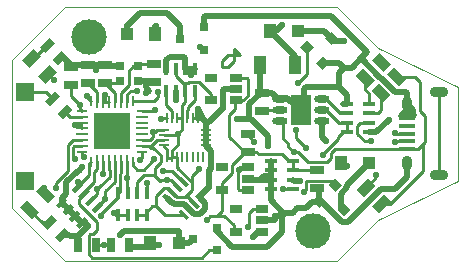
<source format=gtl>
G04 #@! TF.FileFunction,Copper,L1,Top,Signal*
%FSLAX46Y46*%
G04 Gerber Fmt 4.6, Leading zero omitted, Abs format (unit mm)*
G04 Created by KiCad (PCBNEW 4.0.4+e1-6308~48~ubuntu16.04.1-stable) date Tue Sep 13 21:39:42 2016*
%MOMM*%
%LPD*%
G01*
G04 APERTURE LIST*
%ADD10C,0.150000*%
%ADD11C,0.100000*%
%ADD12R,0.635000X1.143000*%
%ADD13C,3.000000*%
%ADD14R,1.143000X0.635000*%
%ADD15R,1.000000X0.400000*%
%ADD16R,1.000000X1.200000*%
%ADD17R,1.000000X1.000000*%
%ADD18R,1.350000X0.390000*%
%ADD19O,1.560000X0.900000*%
%ADD20O,0.850000X1.250000*%
%ADD21R,0.400000X1.000000*%
%ADD22R,3.100000X3.100000*%
%ADD23R,0.900000X0.260000*%
%ADD24R,1.000000X0.260000*%
%ADD25R,0.260000X0.900000*%
%ADD26R,0.260000X1.000000*%
%ADD27R,0.230000X0.900000*%
%ADD28R,0.900000X0.230000*%
%ADD29R,0.700000X0.700000*%
%ADD30R,0.800100X0.800100*%
%ADD31O,1.300000X0.600000*%
%ADD32R,1.725000X2.500000*%
%ADD33R,1.060000X0.650000*%
%ADD34R,1.500000X1.500000*%
%ADD35R,1.000000X1.600000*%
%ADD36C,0.558800*%
%ADD37C,0.228600*%
%ADD38C,0.508000*%
G04 APERTURE END LIST*
D10*
D11*
X72944000Y-70676000D02*
X49944000Y-70676000D01*
X72944000Y-49176000D02*
X49944000Y-49176000D01*
X49944000Y-70676000D02*
X45444000Y-66176000D01*
X45444000Y-53676000D02*
X49944000Y-49176000D01*
X83194000Y-63926000D02*
X76444000Y-67176000D01*
X83194000Y-55926000D02*
X83194000Y-63926000D01*
X76444000Y-52676000D02*
X83194000Y-55926000D01*
X45444000Y-53676000D02*
X45444000Y-66176000D01*
X72944000Y-49176000D02*
X76444000Y-52676000D01*
X72944000Y-70676000D02*
X76444000Y-67176000D01*
D12*
X51084480Y-69281040D03*
X52608480Y-69281040D03*
D13*
X51944000Y-51676000D03*
X70944000Y-68176000D03*
D14*
X53355240Y-55618380D03*
X53355240Y-54094380D03*
X57470040Y-54018180D03*
X57470040Y-55542180D03*
D10*
G36*
X50603453Y-57847030D02*
X49795230Y-58655253D01*
X49346217Y-58206240D01*
X50154440Y-57398017D01*
X50603453Y-57847030D01*
X50603453Y-57847030D01*
G37*
G36*
X49525823Y-56769400D02*
X48717600Y-57577623D01*
X48268587Y-57128610D01*
X49076810Y-56320387D01*
X49525823Y-56769400D01*
X49525823Y-56769400D01*
G37*
D15*
X69220800Y-64574420D03*
X69220800Y-63774420D03*
X69220800Y-62974420D03*
X69220800Y-62174420D03*
X67360800Y-62174420D03*
X67360800Y-62974420D03*
X67360800Y-63774420D03*
X67360800Y-64574420D03*
D16*
X57571640Y-51419760D03*
D17*
X55171640Y-51419760D03*
D18*
X78940680Y-61203360D03*
X78940680Y-60553360D03*
X78940680Y-59903360D03*
X78940680Y-59253360D03*
X78940680Y-58603360D03*
D19*
X81640680Y-56403360D03*
X81640680Y-63403360D03*
D20*
X78940680Y-57403360D03*
X78940680Y-62403360D03*
D14*
X51876960Y-54076600D03*
X51876960Y-55600600D03*
X65417700Y-61478160D03*
X65417700Y-59954160D03*
X66598800Y-57970420D03*
X66598800Y-56446420D03*
D12*
X53842920Y-69311520D03*
X55366920Y-69311520D03*
D21*
X56856480Y-64939820D03*
X56056480Y-64939820D03*
X55256480Y-64939820D03*
X54456480Y-64939820D03*
X54456480Y-66799820D03*
X55256480Y-66799820D03*
X56056480Y-66799820D03*
X56856480Y-66799820D03*
D10*
G36*
X49169728Y-65951993D02*
X49876835Y-65244886D01*
X50159678Y-65527729D01*
X49452571Y-66234836D01*
X49169728Y-65951993D01*
X49169728Y-65951993D01*
G37*
G36*
X49735413Y-66517679D02*
X50442520Y-65810572D01*
X50725363Y-66093415D01*
X50018256Y-66800522D01*
X49735413Y-66517679D01*
X49735413Y-66517679D01*
G37*
G36*
X50301098Y-67083364D02*
X51008205Y-66376257D01*
X51291048Y-66659100D01*
X50583941Y-67366207D01*
X50301098Y-67083364D01*
X50301098Y-67083364D01*
G37*
G36*
X50866784Y-67649049D02*
X51573891Y-66941942D01*
X51856734Y-67224785D01*
X51149627Y-67931892D01*
X50866784Y-67649049D01*
X50866784Y-67649049D01*
G37*
G36*
X52182002Y-66333831D02*
X52889109Y-65626724D01*
X53171952Y-65909567D01*
X52464845Y-66616674D01*
X52182002Y-66333831D01*
X52182002Y-66333831D01*
G37*
G36*
X51616317Y-65768145D02*
X52323424Y-65061038D01*
X52606267Y-65343881D01*
X51899160Y-66050988D01*
X51616317Y-65768145D01*
X51616317Y-65768145D01*
G37*
G36*
X51050632Y-65202460D02*
X51757739Y-64495353D01*
X52040582Y-64778196D01*
X51333475Y-65485303D01*
X51050632Y-65202460D01*
X51050632Y-65202460D01*
G37*
G36*
X50484946Y-64636775D02*
X51192053Y-63929668D01*
X51474896Y-64212511D01*
X50767789Y-64919618D01*
X50484946Y-64636775D01*
X50484946Y-64636775D01*
G37*
G36*
X59032586Y-65525896D02*
X58785098Y-65773384D01*
X58148702Y-65136988D01*
X58396190Y-64889500D01*
X59032586Y-65525896D01*
X59032586Y-65525896D01*
G37*
G36*
X59492206Y-65066277D02*
X59244718Y-65313765D01*
X58608322Y-64677369D01*
X58855810Y-64429881D01*
X59492206Y-65066277D01*
X59492206Y-65066277D01*
G37*
G36*
X59951825Y-64606658D02*
X59704337Y-64854146D01*
X59067941Y-64217750D01*
X59315429Y-63970262D01*
X59951825Y-64606658D01*
X59951825Y-64606658D01*
G37*
G36*
X60411444Y-64147038D02*
X60163956Y-64394526D01*
X59527560Y-63758130D01*
X59775048Y-63510642D01*
X60411444Y-64147038D01*
X60411444Y-64147038D01*
G37*
G36*
X61825658Y-65561252D02*
X61578170Y-65808740D01*
X60941774Y-65172344D01*
X61189262Y-64924856D01*
X61825658Y-65561252D01*
X61825658Y-65561252D01*
G37*
G36*
X61366038Y-66020871D02*
X61118550Y-66268359D01*
X60482154Y-65631963D01*
X60729642Y-65384475D01*
X61366038Y-66020871D01*
X61366038Y-66020871D01*
G37*
G36*
X60906419Y-66480490D02*
X60658931Y-66727978D01*
X60022535Y-66091582D01*
X60270023Y-65844094D01*
X60906419Y-66480490D01*
X60906419Y-66480490D01*
G37*
G36*
X60446800Y-66940110D02*
X60199312Y-67187598D01*
X59562916Y-66551202D01*
X59810404Y-66303714D01*
X60446800Y-66940110D01*
X60446800Y-66940110D01*
G37*
D22*
X53929280Y-59700160D03*
D23*
X51379280Y-57950160D03*
D24*
X51429280Y-58450160D03*
X51429280Y-58950160D03*
X51429280Y-59450160D03*
X51429280Y-59950160D03*
X51429280Y-60450160D03*
X51429280Y-60950160D03*
D23*
X51379280Y-61450160D03*
D25*
X52179280Y-62250160D03*
D26*
X52679280Y-62200160D03*
X53179280Y-62200160D03*
X53679280Y-62200160D03*
X54179280Y-62200160D03*
X54679280Y-62200160D03*
X55179280Y-62200160D03*
D25*
X55679280Y-62250160D03*
D23*
X56479280Y-61450160D03*
D24*
X56429280Y-60950160D03*
X56429280Y-60450160D03*
X56429280Y-59950160D03*
X56429280Y-59450160D03*
X56429280Y-58950160D03*
X56429280Y-58450160D03*
D23*
X56479280Y-57950160D03*
D25*
X55679280Y-57150160D03*
D26*
X55179280Y-57200160D03*
X54679280Y-57200160D03*
X54179280Y-57200160D03*
X53679280Y-57200160D03*
X53179280Y-57200160D03*
X52679280Y-57200160D03*
D25*
X52179280Y-57150160D03*
D27*
X58596480Y-58586100D03*
D28*
X58323480Y-59591100D03*
X58323480Y-60021100D03*
X58323480Y-60451100D03*
X58323480Y-60881100D03*
D27*
X58596480Y-61886100D03*
X59026480Y-61886100D03*
X59456480Y-61886100D03*
X59886480Y-61886100D03*
X60316480Y-61886100D03*
X60746480Y-61886100D03*
X61176480Y-61886100D03*
X61606480Y-61886100D03*
D28*
X61879480Y-60881100D03*
X61879480Y-60451100D03*
X61879480Y-60021100D03*
X61879480Y-59591100D03*
D27*
X61606480Y-58586100D03*
X61176480Y-58586100D03*
X60746480Y-58586100D03*
X60316480Y-58586100D03*
X59886480Y-58586100D03*
X59456480Y-58586100D03*
X59026480Y-58586100D03*
D29*
X54566920Y-55395420D03*
X56166920Y-54195420D03*
X54566920Y-54195420D03*
X56166920Y-55395420D03*
D30*
X61711840Y-52793940D03*
X61711840Y-50893940D03*
X59712860Y-51843940D03*
D21*
X58533180Y-56317240D03*
X59333180Y-56317240D03*
X60133180Y-56317240D03*
X60933180Y-56317240D03*
X60933180Y-54457240D03*
X60133180Y-54457240D03*
X59333180Y-54457240D03*
X58533180Y-54457240D03*
D10*
G36*
X75543526Y-55987602D02*
X74555698Y-54999774D01*
X75184316Y-54371156D01*
X76172144Y-55358984D01*
X75543526Y-55987602D01*
X75543526Y-55987602D01*
G37*
G36*
X76890564Y-54640564D02*
X75902736Y-53652736D01*
X76531354Y-53024118D01*
X77519182Y-54011946D01*
X76890564Y-54640564D01*
X76890564Y-54640564D01*
G37*
D16*
X57176820Y-69169280D03*
D17*
X59576820Y-69169280D03*
D16*
X67319040Y-51170840D03*
D17*
X69719040Y-51170840D03*
D16*
X73305820Y-62390020D03*
D17*
X75705820Y-62390020D03*
D30*
X62798960Y-69758600D03*
X62798960Y-67858600D03*
X60799980Y-68808600D03*
D10*
G36*
X69860648Y-52563093D02*
X70426404Y-51997337D01*
X70992160Y-52563093D01*
X70426404Y-53128849D01*
X69860648Y-52563093D01*
X69860648Y-52563093D01*
G37*
G36*
X71204151Y-53906596D02*
X71769907Y-53340840D01*
X72335663Y-53906596D01*
X71769907Y-54472352D01*
X71204151Y-53906596D01*
X71204151Y-53906596D01*
G37*
G36*
X71945892Y-51821352D02*
X72511648Y-51255596D01*
X73077404Y-51821352D01*
X72511648Y-52387108D01*
X71945892Y-51821352D01*
X71945892Y-51821352D01*
G37*
G36*
X72831627Y-63685908D02*
X73397383Y-64251664D01*
X72831627Y-64817420D01*
X72265871Y-64251664D01*
X72831627Y-63685908D01*
X72831627Y-63685908D01*
G37*
G36*
X71488124Y-65029411D02*
X72053880Y-65595167D01*
X71488124Y-66160923D01*
X70922368Y-65595167D01*
X71488124Y-65029411D01*
X71488124Y-65029411D01*
G37*
G36*
X73573368Y-65771152D02*
X74139124Y-66336908D01*
X73573368Y-66902664D01*
X73007612Y-66336908D01*
X73573368Y-65771152D01*
X73573368Y-65771152D01*
G37*
D15*
X75685100Y-59750860D03*
X75685100Y-58950860D03*
X75685100Y-58150860D03*
X75685100Y-57350860D03*
X73825100Y-57350860D03*
X73825100Y-58150860D03*
X73825100Y-58950860D03*
X73825100Y-59750860D03*
D31*
X71703440Y-58834020D03*
X71703440Y-57884020D03*
X71703440Y-56934020D03*
X68163440Y-56934020D03*
X68163440Y-57884020D03*
X68163440Y-58834020D03*
D32*
X69933440Y-57884020D03*
D10*
G36*
X74596338Y-64657086D02*
X75584166Y-63669258D01*
X76212784Y-64297876D01*
X75224956Y-65285704D01*
X74596338Y-64657086D01*
X74596338Y-64657086D01*
G37*
G36*
X75943376Y-66004124D02*
X76931204Y-65016296D01*
X77559822Y-65644914D01*
X76571994Y-66632742D01*
X75943376Y-66004124D01*
X75943376Y-66004124D01*
G37*
G36*
X76856706Y-57229662D02*
X75868878Y-56241834D01*
X76497496Y-55613216D01*
X77485324Y-56601044D01*
X76856706Y-57229662D01*
X76856706Y-57229662D01*
G37*
G36*
X78203744Y-55882624D02*
X77215916Y-54894796D01*
X77844534Y-54266178D01*
X78832362Y-55254006D01*
X78203744Y-55882624D01*
X78203744Y-55882624D01*
G37*
D33*
X65466320Y-64655700D03*
X65466320Y-63705700D03*
X65466320Y-62755700D03*
X63266320Y-62755700D03*
X63266320Y-64655700D03*
X66598980Y-68186340D03*
X66598980Y-67236340D03*
X66598980Y-66286340D03*
X64398980Y-66286340D03*
X64398980Y-68186340D03*
X64470460Y-57058600D03*
X64470460Y-56108600D03*
X64470460Y-55158600D03*
X62270460Y-55158600D03*
X62270460Y-57058600D03*
D34*
X46593760Y-56392120D03*
X46593760Y-63892120D03*
D10*
G36*
X47123885Y-67142863D02*
X46136057Y-66155035D01*
X46764675Y-65526417D01*
X47752503Y-66514245D01*
X47123885Y-67142863D01*
X47123885Y-67142863D01*
G37*
G36*
X48470923Y-65795825D02*
X47483095Y-64807997D01*
X48111713Y-64179379D01*
X49099541Y-65167207D01*
X48470923Y-65795825D01*
X48470923Y-65795825D01*
G37*
G36*
X46333339Y-53691487D02*
X47321167Y-52703659D01*
X47949785Y-53332277D01*
X46961957Y-54320105D01*
X46333339Y-53691487D01*
X46333339Y-53691487D01*
G37*
G36*
X47680377Y-55038525D02*
X48668205Y-54050697D01*
X49296823Y-54679315D01*
X48308995Y-55667143D01*
X47680377Y-55038525D01*
X47680377Y-55038525D01*
G37*
G36*
X50148793Y-53308050D02*
X49340570Y-54116273D01*
X48891557Y-53667260D01*
X49699780Y-52859037D01*
X50148793Y-53308050D01*
X50148793Y-53308050D01*
G37*
G36*
X49071163Y-52230420D02*
X48262940Y-53038643D01*
X47813927Y-52589630D01*
X48622150Y-51781407D01*
X49071163Y-52230420D01*
X49071163Y-52230420D01*
G37*
G36*
X50372313Y-68294050D02*
X49564090Y-69102273D01*
X49115077Y-68653260D01*
X49923300Y-67845037D01*
X50372313Y-68294050D01*
X50372313Y-68294050D01*
G37*
G36*
X49294683Y-67216420D02*
X48486460Y-68024643D01*
X48037447Y-67575630D01*
X48845670Y-66767407D01*
X49294683Y-67216420D01*
X49294683Y-67216420D01*
G37*
D14*
X71272400Y-64500760D03*
X71272400Y-62976760D03*
X50454560Y-54229000D03*
X50454560Y-55753000D03*
D35*
X66438520Y-54051200D03*
X69438520Y-54051200D03*
D36*
X71653400Y-55938420D03*
X67695649Y-66837100D03*
X62181740Y-64391540D03*
X60610371Y-54907909D03*
X64494788Y-58643541D03*
X67149866Y-60955200D03*
X52562760Y-54531260D03*
X51894740Y-67724020D03*
X66479420Y-63774420D03*
X63358619Y-57749783D03*
X51391820Y-62755780D03*
X53929280Y-59700160D03*
X56837580Y-56451500D03*
X59339131Y-57061637D03*
X61239400Y-57764680D03*
X58216000Y-63023941D03*
X57421213Y-59752831D03*
X56896000Y-64030860D03*
X58597810Y-63850094D03*
X68428562Y-64592737D03*
X64700571Y-62959594D03*
X69311520Y-61440060D03*
X69812466Y-63913535D03*
X76710959Y-53832341D03*
X57883447Y-69300505D03*
X73785411Y-62642982D03*
X72038840Y-60552577D03*
X77355700Y-58707020D03*
X65872360Y-68640960D03*
X68308220Y-50667920D03*
X57619900Y-50772060D03*
X56314709Y-62144507D03*
X50787985Y-62074283D03*
X50819226Y-59198679D03*
X54087418Y-66637558D03*
X61964438Y-67174566D03*
X53142167Y-63273936D03*
X53373442Y-56584687D03*
X51199433Y-57443514D03*
X55185460Y-50794920D03*
X57507918Y-62019152D03*
X65930780Y-60558662D03*
X77859085Y-60558662D03*
X57552255Y-57894778D03*
X77853540Y-59801760D03*
X49044598Y-55359178D03*
X48148240Y-64495680D03*
X53025040Y-66862960D03*
X55179280Y-63616840D03*
X51073762Y-64015939D03*
X61357521Y-52534820D03*
X70340803Y-61104056D03*
X69518828Y-59616632D03*
X69650288Y-55596468D03*
X52664322Y-64620140D03*
X70191022Y-64857594D03*
X53375560Y-65423116D03*
X59475648Y-59938920D03*
X58044080Y-58653680D03*
X61297820Y-62898020D03*
X51571734Y-61852079D03*
X51806493Y-56727234D03*
X76282658Y-63395583D03*
X75835567Y-60545959D03*
X54619033Y-68492158D03*
X73530460Y-52019200D03*
X73322571Y-66230011D03*
X53279040Y-69311520D03*
X49152154Y-64482728D03*
X71812389Y-61695965D03*
X65478660Y-67792600D03*
X57850539Y-56367691D03*
X56006989Y-56253436D03*
D37*
X63271400Y-54208680D02*
X63271400Y-53700680D01*
X63779400Y-54208680D02*
X63271400Y-54208680D01*
X64287400Y-53700680D02*
X63779400Y-54208680D01*
X64287400Y-53192680D02*
X64287400Y-53700680D01*
X63779400Y-53192680D02*
X64287400Y-53192680D01*
X63271400Y-53700680D02*
X63779400Y-53192680D01*
X64287400Y-53192680D02*
X64287400Y-52684680D01*
X64287400Y-52684680D02*
X64795400Y-53192680D01*
X64795400Y-53192680D02*
X64287400Y-53192680D01*
D38*
X71488124Y-65595167D02*
X71488124Y-64716484D01*
X71488124Y-64716484D02*
X71272400Y-64500760D01*
X66438520Y-54051200D02*
X66438520Y-56286140D01*
X66438520Y-56286140D02*
X66598800Y-56446420D01*
X67052702Y-69456300D02*
X68329001Y-68180001D01*
X68329001Y-68180001D02*
X68329001Y-66837100D01*
D37*
X78940680Y-58603360D02*
X78940680Y-57403360D01*
X81640680Y-63403360D02*
X81640680Y-62724760D01*
X81640680Y-62724760D02*
X81640680Y-56403360D01*
X61606480Y-58586100D02*
X61176480Y-58586100D01*
X60746480Y-58586100D02*
X61176480Y-58586100D01*
D38*
X63358619Y-57749783D02*
X63358619Y-56182441D01*
X63358619Y-56182441D02*
X63432460Y-56108600D01*
X63432460Y-56108600D02*
X64470460Y-56108600D01*
X67695649Y-67177671D02*
X67695649Y-66837100D01*
X67636980Y-67236340D02*
X67695649Y-67177671D01*
X68597780Y-66568321D02*
X68329001Y-66837100D01*
X68329001Y-66837100D02*
X68090780Y-66837100D01*
X66598980Y-67236340D02*
X67636980Y-67236340D01*
X68090780Y-66837100D02*
X67695649Y-66837100D01*
X68421794Y-66568321D02*
X68597780Y-66568321D01*
X67360800Y-65507327D02*
X68421794Y-66568321D01*
X67360800Y-64574420D02*
X67360800Y-65507327D01*
X49743695Y-68473655D02*
X50292708Y-68473655D01*
X50292708Y-68473655D02*
X50353333Y-68534280D01*
X50353333Y-68534280D02*
X51084480Y-68534280D01*
X51084480Y-69281040D02*
X51084480Y-68534280D01*
X51084480Y-68534280D02*
X51894740Y-67724020D01*
X49703055Y-53294615D02*
X50485040Y-54076600D01*
X50485040Y-54076600D02*
X51876960Y-54076600D01*
X75084940Y-53433980D02*
X75084940Y-53606775D01*
X77870708Y-56339834D02*
X78844274Y-56339834D01*
X75084940Y-53606775D02*
X76634171Y-55156006D01*
X76634171Y-55156006D02*
X76686880Y-55156006D01*
X76686880Y-55156006D02*
X77870708Y-56339834D01*
X78844274Y-56339834D02*
X78940680Y-56436240D01*
X78940680Y-56436240D02*
X78940680Y-57403360D01*
X61711840Y-50893940D02*
X61711840Y-49985890D01*
X61711840Y-49985890D02*
X61801970Y-49895760D01*
X61801970Y-49895760D02*
X72470245Y-49895760D01*
X72470245Y-49895760D02*
X75546703Y-52972217D01*
X75546703Y-52972217D02*
X75084940Y-53433980D01*
X58590644Y-65331442D02*
X59030177Y-65770975D01*
X59030177Y-65770975D02*
X59141179Y-65770975D01*
X59141179Y-65770975D02*
X59202445Y-65832241D01*
X59202445Y-65832241D02*
X60010682Y-65832241D01*
X60010682Y-65832241D02*
X60464477Y-66286036D01*
X50022764Y-64025225D02*
X51012810Y-63035179D01*
X51112421Y-63035179D02*
X51391820Y-62755780D01*
X49664703Y-65357018D02*
X50022764Y-64998957D01*
X50022764Y-64998957D02*
X50022764Y-64025225D01*
X49664703Y-65739861D02*
X49664703Y-65357018D01*
X51012810Y-63035179D02*
X51112421Y-63035179D01*
X76741820Y-64559086D02*
X73941032Y-67359874D01*
X77917954Y-64559086D02*
X76741820Y-64559086D01*
X73941032Y-67359874D02*
X73383984Y-67359874D01*
X78940680Y-62403360D02*
X78940680Y-63536360D01*
X78940680Y-63536360D02*
X77917954Y-64559086D01*
X73383984Y-67359874D02*
X71686772Y-65662662D01*
X71686772Y-65662662D02*
X70892309Y-65662662D01*
X70336172Y-66218799D02*
X69627897Y-66218799D01*
X70892309Y-65662662D02*
X70336172Y-66218799D01*
X69627897Y-66218799D02*
X69278375Y-66568321D01*
X70152260Y-58270140D02*
X68715993Y-56833873D01*
X68715993Y-56833873D02*
X67895993Y-56833873D01*
X67508540Y-56446420D02*
X66598800Y-56446420D01*
X67895993Y-56833873D02*
X67508540Y-56446420D01*
X73120660Y-55938420D02*
X71653400Y-55938420D01*
X71653400Y-55938420D02*
X70350061Y-55938420D01*
X70350061Y-55938420D02*
X70152260Y-56136221D01*
X70152260Y-56136221D02*
X70152260Y-58270140D01*
X73120660Y-55938420D02*
X73120660Y-54737860D01*
X73120660Y-54737860D02*
X73553320Y-54305200D01*
X74213720Y-54305200D02*
X75084940Y-53433980D01*
X62181740Y-64391540D02*
X62181740Y-62994540D01*
X62181740Y-62994540D02*
X62279119Y-62897161D01*
X62279119Y-62897161D02*
X62279119Y-61335847D01*
X62279119Y-61335847D02*
X61904880Y-60961608D01*
X58590644Y-65331442D02*
X58590644Y-65311484D01*
X61371711Y-66725569D02*
X61823248Y-66274032D01*
X61823248Y-66274032D02*
X61823248Y-65806330D01*
X61823248Y-65806330D02*
X61772624Y-65755706D01*
X61772624Y-65755706D02*
X61383716Y-65366798D01*
X60904010Y-66725569D02*
X61371711Y-66725569D01*
X60464477Y-66286036D02*
X60904010Y-66725569D01*
X61383716Y-65366798D02*
X61383716Y-65189564D01*
X61383716Y-65189564D02*
X62181740Y-64391540D01*
X73825100Y-57350860D02*
X73825100Y-56642860D01*
X73825100Y-56642860D02*
X73120660Y-55938420D01*
X70152260Y-57669284D02*
X70152260Y-58270140D01*
X73825100Y-57350860D02*
X73525100Y-57350860D01*
X70192900Y-58184543D02*
X70192900Y-58821320D01*
X60159702Y-54457240D02*
X60330972Y-54628510D01*
X60330972Y-54628510D02*
X60610371Y-54907909D01*
X60133180Y-54457240D02*
X60159702Y-54457240D01*
X66479420Y-63774420D02*
X66758819Y-63495021D01*
X66758819Y-63495021D02*
X67320059Y-63495021D01*
X67320059Y-63495021D02*
X67360800Y-63454280D01*
X67360800Y-63454280D02*
X67360800Y-62974420D01*
X68597780Y-66568321D02*
X69278375Y-66568321D01*
X67360800Y-63774420D02*
X67360800Y-63454280D01*
X67360800Y-63454280D02*
X67360800Y-64574420D01*
X65410080Y-58643541D02*
X64889919Y-58643541D01*
X65693597Y-58643541D02*
X65410080Y-58643541D01*
X65410080Y-58643541D02*
X65544699Y-58508922D01*
X65544699Y-58508922D02*
X65544699Y-57406402D01*
X65544699Y-57406402D02*
X66504681Y-56446420D01*
X66504681Y-56446420D02*
X66598800Y-56446420D01*
X66998000Y-56446420D02*
X66598800Y-56446420D01*
X67149866Y-60099810D02*
X65693597Y-58643541D01*
X64889919Y-58643541D02*
X64494788Y-58643541D01*
X67149866Y-60955200D02*
X67149866Y-60099810D01*
X51876960Y-54076600D02*
X52644040Y-54076600D01*
X52644040Y-54076600D02*
X53337460Y-54076600D01*
X52562760Y-54531260D02*
X52562760Y-54136129D01*
X52622289Y-54076600D02*
X52644040Y-54076600D01*
X52562760Y-54136129D02*
X52622289Y-54076600D01*
X64096900Y-69456300D02*
X67052702Y-69456300D01*
X62798960Y-68158360D02*
X64096900Y-69456300D01*
X62798960Y-67858600D02*
X62798960Y-68158360D01*
X51361759Y-67436917D02*
X51607637Y-67436917D01*
X51607637Y-67436917D02*
X51894740Y-67724020D01*
X63358619Y-57749783D02*
X62168794Y-58939608D01*
X62168794Y-58939608D02*
X61904880Y-58939608D01*
X67360800Y-62974420D02*
X67360800Y-62174420D01*
X67360800Y-63774420D02*
X65535040Y-63774420D01*
X65535040Y-63774420D02*
X65466320Y-63705700D01*
X67360800Y-63774420D02*
X67360800Y-64574420D01*
X62798960Y-68224400D02*
X62798960Y-67858600D01*
X53337460Y-54076600D02*
X53355240Y-54094380D01*
X49939563Y-66027877D02*
X49952719Y-66027877D01*
X50018257Y-66027877D02*
X49952719Y-66027877D01*
X49952719Y-66027877D02*
X49664703Y-65739861D01*
X50230388Y-66305547D02*
X50018257Y-66093416D01*
X50018257Y-66093416D02*
X50018257Y-66027877D01*
X50796073Y-66871232D02*
X50230388Y-66305547D01*
X51361759Y-67436917D02*
X51361758Y-67436917D01*
X51361758Y-67436917D02*
X50796073Y-66871232D01*
X57088538Y-56242718D02*
X57046362Y-56242718D01*
X57046362Y-56242718D02*
X56837580Y-56451500D01*
X56796940Y-55951120D02*
X57088538Y-56242718D01*
X56796940Y-55395420D02*
X57323280Y-55395420D01*
X56166920Y-55395420D02*
X56796940Y-55395420D01*
X56796940Y-55395420D02*
X56796940Y-55951120D01*
X58857464Y-53364274D02*
X60048214Y-53364274D01*
X60048214Y-53364274D02*
X60133180Y-53449240D01*
X60133180Y-53449240D02*
X60133180Y-54457240D01*
X58533180Y-54457240D02*
X58533180Y-53688558D01*
X58533180Y-53688558D02*
X58857464Y-53364274D01*
X61904880Y-60101608D02*
X61904880Y-60531608D01*
X61631880Y-58666608D02*
X61607928Y-58666608D01*
X61607928Y-58666608D02*
X61239400Y-57764680D01*
X61904880Y-59671608D02*
X61904880Y-58939608D01*
X61904880Y-58939608D02*
X61631880Y-58666608D01*
X61904880Y-60531608D02*
X61904880Y-59671608D01*
X61904880Y-60961608D02*
X61904880Y-60531608D01*
X53223159Y-53962299D02*
X53355240Y-54094380D01*
X58533180Y-54457240D02*
X58533180Y-54712722D01*
X57703722Y-55542180D02*
X57470040Y-55542180D01*
X60133180Y-54457240D02*
X60933180Y-54457240D01*
X61201880Y-58666608D02*
X61199340Y-57804740D01*
X61199340Y-57804740D02*
X61239400Y-57764680D01*
X59339131Y-57061637D02*
X59339131Y-56323191D01*
X59339131Y-56323191D02*
X59333180Y-56317240D01*
X57323280Y-55395420D02*
X57470040Y-55542180D01*
X54566920Y-54195420D02*
X53456280Y-54195420D01*
X53456280Y-54195420D02*
X53355240Y-54094380D01*
X71769907Y-53906596D02*
X73154716Y-53906596D01*
X73553320Y-54305200D02*
X74213720Y-54305200D01*
X73154716Y-53906596D02*
X73553320Y-54305200D01*
X79435920Y-58308240D02*
X79380080Y-58308240D01*
X79380080Y-58308240D02*
X78940680Y-57868840D01*
X78940680Y-57868840D02*
X78940680Y-57403360D01*
X79435920Y-58379400D02*
X79435920Y-58308240D01*
X79435920Y-58308240D02*
X79435920Y-57898600D01*
X79435920Y-57898600D02*
X78940680Y-57403360D01*
X78430120Y-58379400D02*
X79435920Y-58379400D01*
X79435920Y-58379400D02*
X79532480Y-58282840D01*
X78940680Y-57403360D02*
X78940680Y-57868840D01*
X78940680Y-57868840D02*
X78430120Y-58379400D01*
X78430120Y-58379400D02*
X78430120Y-58384440D01*
D37*
X57421213Y-60147962D02*
X57421213Y-59752831D01*
X56429280Y-60450160D02*
X57121638Y-60450160D01*
X57121638Y-60450160D02*
X57421213Y-60150585D01*
X57421213Y-60150585D02*
X57421213Y-60147962D01*
X59040859Y-63023941D02*
X58611131Y-63023941D01*
X59969502Y-63952584D02*
X59040859Y-63023941D01*
X58611131Y-63023941D02*
X58216000Y-63023941D01*
X57421213Y-59752831D02*
X57570299Y-59752831D01*
X57570299Y-59752831D02*
X57732030Y-59591100D01*
X58323480Y-59591100D02*
X57732030Y-59591100D01*
X57732030Y-59591100D02*
X57651522Y-59671608D01*
X56856480Y-64070380D02*
X56896000Y-64030860D01*
X56856480Y-64939820D02*
X56856480Y-64070380D01*
X57651522Y-59671608D02*
X57670280Y-59671608D01*
X57586459Y-59736671D02*
X57651522Y-59671608D01*
X57173803Y-61001482D02*
X57173803Y-61071684D01*
X57724185Y-60451100D02*
X57173803Y-61001482D01*
X58323480Y-60451100D02*
X57724185Y-60451100D01*
X57436346Y-61071684D02*
X58099739Y-61735077D01*
X58099739Y-61735077D02*
X58099739Y-62265801D01*
X57601058Y-63526530D02*
X57995042Y-63920514D01*
X57601058Y-62764482D02*
X57601058Y-63526530D01*
X58099739Y-62265801D02*
X57601058Y-62764482D01*
X57173803Y-61071684D02*
X57436346Y-61071684D01*
X56429280Y-60950160D02*
X57052279Y-60950160D01*
X57052279Y-60950160D02*
X57173803Y-61071684D01*
X59509883Y-64412204D02*
X58947773Y-63850094D01*
X58202679Y-63850094D02*
X58597810Y-63850094D01*
X58065462Y-63850094D02*
X58202679Y-63850094D01*
X57995042Y-63920514D02*
X58065462Y-63850094D01*
X58947773Y-63850094D02*
X58597810Y-63850094D01*
X56056480Y-63994482D02*
X56056480Y-64211220D01*
X56056480Y-64211220D02*
X56056480Y-64939820D01*
X57995042Y-63920514D02*
X57503406Y-63428878D01*
X57503406Y-63428878D02*
X56622084Y-63428878D01*
X56622084Y-63428878D02*
X56056480Y-63994482D01*
X53355240Y-55618380D02*
X54343960Y-55618380D01*
X54343960Y-55618380D02*
X54566920Y-55395420D01*
X54179280Y-57200160D02*
X54179280Y-56442420D01*
X54179280Y-56442420D02*
X53355240Y-55618380D01*
X57470040Y-54018180D02*
X56344160Y-54018180D01*
X56344160Y-54018180D02*
X56166920Y-54195420D01*
X54679280Y-57200160D02*
X54679280Y-56466040D01*
X55738320Y-54195420D02*
X56166920Y-54195420D01*
X55366920Y-54566820D02*
X55738320Y-54195420D01*
X55366920Y-55778400D02*
X55366920Y-54566820D01*
X54679280Y-56466040D02*
X55366920Y-55778400D01*
X51429280Y-58450160D02*
X50398360Y-58450160D01*
X50398360Y-58450160D02*
X49974835Y-58026635D01*
X70546766Y-62280175D02*
X69706651Y-61440060D01*
X78940680Y-61203360D02*
X72820978Y-61203360D01*
X72820978Y-61203360D02*
X72488319Y-61536019D01*
X72488319Y-61536019D02*
X72488319Y-61953881D01*
X72488319Y-61953881D02*
X72162025Y-62280175D01*
X72162025Y-62280175D02*
X70546766Y-62280175D01*
X69706651Y-61440060D02*
X69311520Y-61440060D01*
X68446879Y-64574420D02*
X68428562Y-64592737D01*
X69220800Y-64574420D02*
X68446879Y-64574420D01*
X80426560Y-60621080D02*
X80279240Y-60768400D01*
X80279240Y-60768400D02*
X79844280Y-61203360D01*
X76751599Y-65824519D02*
X77480217Y-65824519D01*
X77480217Y-65824519D02*
X80279240Y-63025496D01*
X80279240Y-63025496D02*
X80279240Y-60768400D01*
X69311520Y-61440060D02*
X68859400Y-60987940D01*
X68859400Y-60736420D02*
X68422900Y-60299920D01*
X68859400Y-60987940D02*
X68859400Y-60736420D01*
X68422900Y-60299920D02*
X68422900Y-59771320D01*
X68422900Y-59771320D02*
X68404840Y-59771320D01*
X68404840Y-59771320D02*
X68382260Y-59748740D01*
X68382260Y-59748740D02*
X68382260Y-59052840D01*
X68382260Y-59052840D02*
X68163440Y-58834020D01*
X80426560Y-58359040D02*
X80426560Y-60621080D01*
X79844280Y-61203360D02*
X78940680Y-61203360D01*
X80043020Y-57975500D02*
X80426560Y-58359040D01*
X79560001Y-55074401D02*
X80043020Y-55557420D01*
X80043020Y-55557420D02*
X80043020Y-57975500D01*
X78024139Y-55074401D02*
X79560001Y-55074401D01*
X64700571Y-62762849D02*
X64700571Y-62959594D01*
X64707720Y-62755700D02*
X64700571Y-62762849D01*
X65466320Y-62755700D02*
X64707720Y-62755700D01*
X64593419Y-63066746D02*
X64700571Y-62959594D01*
X64593419Y-64541399D02*
X64593419Y-63066746D01*
X65466320Y-64655700D02*
X64707720Y-64655700D01*
X64707720Y-64655700D02*
X64593419Y-64541399D01*
X65671320Y-64655700D02*
X65466320Y-64655700D01*
X78715080Y-61203360D02*
X78940680Y-61203360D01*
D38*
X69220800Y-63774420D02*
X69359915Y-63913535D01*
X69359915Y-63913535D02*
X69417335Y-63913535D01*
X69417335Y-63913535D02*
X69812466Y-63913535D01*
X69438520Y-54051200D02*
X69438520Y-53290320D01*
X69438520Y-53290320D02*
X67319040Y-51170840D01*
X57571640Y-51419760D02*
X57571640Y-50820320D01*
X57571640Y-50820320D02*
X57619900Y-50772060D01*
X57883447Y-69300505D02*
X57308045Y-69300505D01*
X57308045Y-69300505D02*
X57176820Y-69169280D01*
X55372000Y-69494400D02*
X56851700Y-69494400D01*
X56851700Y-69494400D02*
X57176820Y-69169280D01*
X73390280Y-62642982D02*
X73785411Y-62642982D01*
X73352492Y-62681952D02*
X73352492Y-62680770D01*
X73352492Y-62680770D02*
X73390280Y-62642982D01*
X71759441Y-60273178D02*
X72038840Y-60552577D01*
X71703440Y-58834020D02*
X71703440Y-60217177D01*
X71703440Y-60217177D02*
X71759441Y-60273178D01*
X75685100Y-59750860D02*
X76311860Y-59750860D01*
X76311860Y-59750860D02*
X77355700Y-58707020D01*
X66598980Y-68186340D02*
X66326980Y-68186340D01*
X66326980Y-68186340D02*
X65872360Y-68640960D01*
X67319040Y-51170840D02*
X67805300Y-51170840D01*
X67805300Y-51170840D02*
X68308220Y-50667920D01*
X57619900Y-50772060D02*
X57608320Y-50772060D01*
X57608320Y-50772060D02*
X57585460Y-50794920D01*
D37*
X71272400Y-62976760D02*
X69223140Y-62976760D01*
X69223140Y-62976760D02*
X69220800Y-62974420D01*
X50454560Y-55753000D02*
X50454560Y-56698641D01*
X50454560Y-56698641D02*
X51199433Y-57443514D01*
X65445640Y-55280560D02*
X65323680Y-55158600D01*
X65323680Y-55158600D02*
X64470460Y-55158600D01*
X65445640Y-56667400D02*
X65445640Y-55280560D01*
X65054440Y-57058600D02*
X65445640Y-56667400D01*
X64470460Y-57058600D02*
X65054440Y-57058600D01*
X56479280Y-61979936D02*
X56314709Y-62144507D01*
X56479280Y-61450160D02*
X56479280Y-61979936D01*
X50700680Y-60950160D02*
X50592910Y-61057930D01*
X51429280Y-60950160D02*
X50700680Y-60950160D01*
X50592910Y-61879208D02*
X50787985Y-62074283D01*
X50592910Y-61057930D02*
X50592910Y-61879208D01*
X51429280Y-59450160D02*
X51158778Y-59179658D01*
X51158778Y-59179658D02*
X51100232Y-59179658D01*
X50838247Y-59179658D02*
X50819226Y-59198679D01*
X51199782Y-59179658D02*
X51100232Y-59179658D01*
X51100232Y-59179658D02*
X50838247Y-59179658D01*
X51429280Y-58950160D02*
X51199782Y-59179658D01*
X54249680Y-66799820D02*
X54087418Y-66637558D01*
X54456480Y-66799820D02*
X54249680Y-66799820D01*
X63266320Y-64655700D02*
X63266320Y-64102100D01*
X64108741Y-63259679D02*
X64108741Y-62533119D01*
X63266320Y-64102100D02*
X64108741Y-63259679D01*
X64108741Y-62533119D02*
X65163700Y-61478160D01*
X62258264Y-66880740D02*
X62243837Y-66895167D01*
X62788800Y-66880740D02*
X62258264Y-66880740D01*
X62243837Y-66895167D02*
X61964438Y-67174566D01*
X53179280Y-62200160D02*
X53179280Y-63236823D01*
X53179280Y-63236823D02*
X53142167Y-63273936D01*
X64893442Y-57213500D02*
X64371220Y-57213500D01*
X63872487Y-60186947D02*
X65163700Y-61478160D01*
X64371220Y-57846103D02*
X63872487Y-58344836D01*
X64371220Y-57213500D02*
X64371220Y-57846103D01*
X63872487Y-58344836D02*
X63872487Y-60186947D01*
X68323890Y-61577510D02*
X68920800Y-62174420D01*
X68920800Y-62174420D02*
X69220800Y-62174420D01*
X65417700Y-61478160D02*
X66217800Y-61478160D01*
X66317150Y-61577510D02*
X68323890Y-61577510D01*
X66217800Y-61478160D02*
X66317150Y-61577510D01*
X53457493Y-57200160D02*
X53373442Y-57116109D01*
X53373442Y-56979818D02*
X53373442Y-56584687D01*
X53373442Y-57116109D02*
X53373442Y-56979818D01*
X65163700Y-61478160D02*
X65417700Y-61478160D01*
X69220800Y-62974420D02*
X69220800Y-62174420D01*
X62788800Y-66880740D02*
X63451400Y-66880740D01*
X62788800Y-66880740D02*
X63266320Y-66403220D01*
X63266320Y-66403220D02*
X63266320Y-64655700D01*
X63451400Y-66880740D02*
X64231340Y-67660680D01*
X64231340Y-67660680D02*
X64231340Y-68214280D01*
X55256480Y-66799820D02*
X54456480Y-66799820D01*
X51199433Y-57443514D02*
X51199433Y-57770313D01*
X51199433Y-57770313D02*
X51379280Y-57950160D01*
X53457493Y-57200160D02*
X53179280Y-57200160D01*
X53679280Y-57200160D02*
X53457493Y-57200160D01*
D38*
X55171640Y-51419760D02*
X55171640Y-50808740D01*
X55171640Y-50808740D02*
X55185460Y-50794920D01*
X59702700Y-50749200D02*
X59702700Y-51145440D01*
X59702700Y-51145440D02*
X59702700Y-51419760D01*
X59712860Y-51843940D02*
X59712860Y-51155600D01*
X59712860Y-51155600D02*
X59702700Y-51145440D01*
X55185460Y-50794920D02*
X56320840Y-49659540D01*
X58613040Y-49659540D02*
X59702700Y-50749200D01*
X56320840Y-49659540D02*
X58613040Y-49659540D01*
D37*
X56037880Y-62928760D02*
X56598310Y-62928760D01*
X56598310Y-62928760D02*
X57228519Y-62298551D01*
X55679280Y-62570160D02*
X56037880Y-62928760D01*
X55679280Y-62250160D02*
X55679280Y-62570160D01*
X57228519Y-62298551D02*
X57507918Y-62019152D01*
X65417700Y-59954160D02*
X65417700Y-60045582D01*
X65417700Y-60045582D02*
X65930780Y-60558662D01*
X78940680Y-60553360D02*
X77864387Y-60553360D01*
X77864387Y-60553360D02*
X77859085Y-60558662D01*
X56479280Y-57950160D02*
X57496873Y-57950160D01*
X57496873Y-57950160D02*
X57552255Y-57894778D01*
X78940680Y-59903360D02*
X77955140Y-59903360D01*
X77955140Y-59903360D02*
X77853540Y-59801760D01*
X52679280Y-57200160D02*
X52679280Y-56402920D01*
X52679280Y-56402920D02*
X51876960Y-55600600D01*
X48988858Y-55359178D02*
X49044598Y-55359178D01*
X48488600Y-54858920D02*
X48988858Y-55359178D01*
X53025040Y-66671260D02*
X53025040Y-66862960D01*
X54456480Y-65239820D02*
X53025040Y-66671260D01*
X54456480Y-64939820D02*
X54456480Y-65239820D01*
X54679280Y-62928760D02*
X54679280Y-62200160D01*
X54456480Y-64939820D02*
X54587459Y-64808841D01*
X54587459Y-64808841D02*
X54587458Y-63332764D01*
X54587458Y-63332764D02*
X54679280Y-63240942D01*
X54679280Y-63240942D02*
X54679280Y-62928760D01*
X55179280Y-62200160D02*
X55179280Y-63616840D01*
X55179280Y-63718440D02*
X55179280Y-64862620D01*
X55179280Y-63718440D02*
X55179280Y-63616840D01*
X55179280Y-64862620D02*
X55256480Y-64939820D01*
X51005782Y-64015939D02*
X51073762Y-64015939D01*
X50979921Y-64424643D02*
X50979921Y-64041800D01*
X50979921Y-64041800D02*
X51005782Y-64015939D01*
X61636920Y-52814219D02*
X61357521Y-52534820D01*
X61691561Y-52814219D02*
X61636920Y-52814219D01*
X61711840Y-52793940D02*
X61691561Y-52814219D01*
X51404184Y-64000380D02*
X50979921Y-64424643D01*
X52014121Y-63390443D02*
X51404184Y-64000380D01*
X52014121Y-62415319D02*
X52014121Y-63390443D01*
X52179280Y-62250160D02*
X52014121Y-62415319D01*
X52664360Y-67365880D02*
X52664360Y-68082160D01*
X52664360Y-68082160D02*
X52349401Y-68397119D01*
X51121344Y-65822864D02*
X52664360Y-67365880D01*
X51545607Y-64990328D02*
X51121344Y-65414591D01*
X51121344Y-65414591D02*
X51121344Y-65822864D01*
X62798960Y-69758600D02*
X62170310Y-69758600D01*
X51978559Y-70102477D02*
X51978559Y-68459603D01*
X62170310Y-69758600D02*
X61545509Y-70383401D01*
X61545509Y-70383401D02*
X52259483Y-70383401D01*
X52259483Y-70383401D02*
X51978559Y-70102477D01*
X51978559Y-68459603D02*
X52041043Y-68397119D01*
X52041043Y-68397119D02*
X52349401Y-68397119D01*
X52679280Y-62200160D02*
X52679280Y-62863789D01*
X52679280Y-62863789D02*
X52440852Y-63102217D01*
X52440852Y-63102217D02*
X52440852Y-63956127D01*
X51545607Y-64851372D02*
X51545607Y-64990328D01*
X52440852Y-63956127D02*
X51545607Y-64851372D01*
X52664322Y-64620140D02*
X52664322Y-64995704D01*
X52664322Y-64995704D02*
X52111292Y-65548734D01*
X52111292Y-65548734D02*
X52111292Y-65556013D01*
X70061404Y-60824657D02*
X70340803Y-61104056D01*
X69518828Y-60282081D02*
X70061404Y-60824657D01*
X69518828Y-59616632D02*
X69518828Y-60282081D01*
X70426404Y-52563093D02*
X70426404Y-54820352D01*
X70426404Y-54820352D02*
X69929687Y-55317069D01*
X69929687Y-55317069D02*
X69650288Y-55596468D01*
X53679280Y-62200160D02*
X53679280Y-62928760D01*
X52943721Y-64340741D02*
X52664322Y-64620140D01*
X53733997Y-63550465D02*
X52943721Y-64340741D01*
X53733997Y-62983477D02*
X53733997Y-63550465D01*
X53679280Y-62928760D02*
X53733997Y-62983477D01*
X72670544Y-63884427D02*
X72093709Y-63884427D01*
X72676687Y-63878284D02*
X72670544Y-63884427D01*
X72093709Y-63884427D02*
X72087741Y-63878459D01*
X72087741Y-63878459D02*
X70457059Y-63878459D01*
X70457059Y-63878459D02*
X70396099Y-63939419D01*
X70396099Y-63939419D02*
X70396099Y-64652517D01*
X70396099Y-64652517D02*
X70191022Y-64857594D01*
X53375560Y-64758382D02*
X53375560Y-65027985D01*
X54179280Y-62928760D02*
X54160728Y-62947312D01*
X53375560Y-65027985D02*
X53375560Y-65423116D01*
X54160728Y-62947312D02*
X54160728Y-63973214D01*
X54160728Y-63973214D02*
X53375560Y-64758382D01*
X54179280Y-62200160D02*
X54179280Y-62928760D01*
X53101240Y-65697436D02*
X53375560Y-65423116D01*
X53101240Y-65697436D02*
X52676977Y-66121699D01*
X59456480Y-61886100D02*
X59026480Y-61886100D01*
X59464570Y-62758320D02*
X59456480Y-62750230D01*
X59456480Y-62750230D02*
X59456480Y-61886100D01*
X59886480Y-58586100D02*
X59886480Y-57435294D01*
X59886480Y-57435294D02*
X60053220Y-57268554D01*
X59886480Y-58586100D02*
X59886480Y-59528088D01*
X59886480Y-59528088D02*
X59475648Y-59938920D01*
X58323480Y-60021100D02*
X59393468Y-60021100D01*
X59393468Y-60021100D02*
X59475648Y-59938920D01*
X59475648Y-60176571D02*
X59475648Y-59938920D01*
X58596480Y-58586100D02*
X58111660Y-58586100D01*
X58111660Y-58586100D02*
X58044080Y-58653680D01*
X59886480Y-58586100D02*
X59542880Y-58586100D01*
X59542880Y-58586100D02*
X59478610Y-58586100D01*
X57652920Y-66019680D02*
X58378896Y-66745656D01*
X58378896Y-66745656D02*
X60004858Y-66745656D01*
X57652920Y-66019680D02*
X57336620Y-66019680D01*
X57336620Y-66019680D02*
X56856480Y-66499820D01*
X56856480Y-66499820D02*
X56856480Y-66799820D01*
X57652920Y-65183742D02*
X57652920Y-66019680D01*
X59050264Y-64871823D02*
X58661356Y-64482915D01*
X58661356Y-64482915D02*
X58353747Y-64482915D01*
X58353747Y-64482915D02*
X57652920Y-65183742D01*
X60723874Y-64017624D02*
X60723874Y-63471966D01*
X60723874Y-63471966D02*
X61297820Y-62898020D01*
X61281841Y-55504819D02*
X62270460Y-56493438D01*
X62270460Y-56493438D02*
X62270460Y-57058600D01*
X61281841Y-55504819D02*
X61296019Y-55504819D01*
X60483243Y-55504819D02*
X61281841Y-55504819D01*
X59933840Y-55600678D02*
X59333180Y-55000018D01*
X60133180Y-55800018D02*
X59933840Y-55600678D01*
X59933840Y-55600678D02*
X60387384Y-55600678D01*
X60387384Y-55600678D02*
X60483243Y-55504819D01*
X60053220Y-57268554D02*
X60133180Y-57188594D01*
X60108274Y-57213500D02*
X60053220Y-57268554D01*
X59464570Y-62758320D02*
X59481880Y-62741010D01*
X60134500Y-65260731D02*
X60358410Y-65260731D01*
X59439172Y-65260731D02*
X60134500Y-65260731D01*
X60134500Y-65260731D02*
X60723874Y-64671357D01*
X60723874Y-64671357D02*
X60723874Y-64017624D01*
X60723874Y-64017624D02*
X59464570Y-62758320D01*
X56856480Y-66799820D02*
X56056480Y-66799820D01*
X59050264Y-64871823D02*
X59439172Y-65260731D01*
X60358410Y-65260731D02*
X60535188Y-65437509D01*
X60535188Y-65437509D02*
X60924096Y-65826417D01*
X59051880Y-61966608D02*
X59051880Y-61288008D01*
X59051880Y-61288008D02*
X59475648Y-60864240D01*
X59475648Y-60864240D02*
X59475648Y-60176571D01*
X58621880Y-61966608D02*
X58621880Y-61234608D01*
X58621880Y-61234608D02*
X58348880Y-60961608D01*
X59051880Y-61966608D02*
X58621880Y-61966608D01*
X60133180Y-57188594D02*
X60133180Y-57045840D01*
X60133180Y-57045840D02*
X60133180Y-56317240D01*
X60133180Y-56317240D02*
X60133180Y-55800018D01*
X59333180Y-55000018D02*
X59333180Y-54457240D01*
X51422599Y-61852079D02*
X51571734Y-61852079D01*
X51379280Y-61808760D02*
X51422599Y-61852079D01*
X51379280Y-61450160D02*
X51379280Y-61808760D01*
X51806493Y-56777373D02*
X52179280Y-57150160D01*
X51806493Y-56727234D02*
X51806493Y-56777373D01*
X59026480Y-58586100D02*
X59026480Y-58013408D01*
X59026480Y-58013408D02*
X59051880Y-57988008D01*
X59051880Y-57988008D02*
X58533180Y-57469308D01*
X58533180Y-57469308D02*
X58533180Y-57045840D01*
X58533180Y-57045840D02*
X58533180Y-56317240D01*
X60316480Y-58586100D02*
X60316480Y-57907500D01*
X60316480Y-57907500D02*
X60337700Y-57886280D01*
X60337700Y-57886280D02*
X60337700Y-57641320D01*
X60933180Y-56317240D02*
X60933180Y-57045840D01*
X60933180Y-57045840D02*
X60337700Y-57641320D01*
X76282658Y-63395583D02*
X76282658Y-63599384D01*
X76282658Y-63599384D02*
X75404561Y-64477481D01*
X75440436Y-60545959D02*
X75835567Y-60545959D01*
X74653140Y-59254220D02*
X74653140Y-59882757D01*
X74653140Y-59882757D02*
X75316342Y-60545959D01*
X75316342Y-60545959D02*
X75440436Y-60545959D01*
X74956500Y-58950860D02*
X74653140Y-59254220D01*
X75685100Y-58950860D02*
X74956500Y-58950860D01*
D38*
X54898432Y-68212759D02*
X54619033Y-68492158D01*
X55005803Y-68105388D02*
X54898432Y-68212759D01*
X59520928Y-68105388D02*
X55005803Y-68105388D01*
X59576820Y-68161280D02*
X59520928Y-68105388D01*
X59576820Y-69169280D02*
X59576820Y-68161280D01*
X59576820Y-69169280D02*
X60439300Y-69169280D01*
X60439300Y-69169280D02*
X60799980Y-68808600D01*
X69719040Y-51170840D02*
X71861136Y-51170840D01*
X71861136Y-51170840D02*
X72511648Y-51821352D01*
X73530460Y-52019200D02*
X72709496Y-52019200D01*
X72709496Y-52019200D02*
X72511648Y-51821352D01*
X73322571Y-65834880D02*
X73322571Y-66230011D01*
X75718520Y-62588140D02*
X75492650Y-62588140D01*
X73322571Y-64973070D02*
X73322571Y-65834880D01*
X75492650Y-62588140D02*
X73854593Y-64226197D01*
X73854593Y-64226197D02*
X73854593Y-64441048D01*
X73854593Y-64441048D02*
X73322571Y-64973070D01*
D37*
X68163440Y-57884020D02*
X66685200Y-57884020D01*
X66685200Y-57884020D02*
X66598800Y-57970420D01*
X66860420Y-57970420D02*
X66598800Y-57970420D01*
X53279040Y-69311520D02*
X52638960Y-69311520D01*
X52638960Y-69311520D02*
X52608480Y-69281040D01*
X53279040Y-69311520D02*
X53665120Y-69311520D01*
X53665120Y-69311520D02*
X53848000Y-69494400D01*
X51429280Y-60450160D02*
X50589416Y-60450160D01*
X50589416Y-60450160D02*
X50166179Y-60873397D01*
X49152154Y-64087597D02*
X49152154Y-64482728D01*
X50166179Y-60873397D02*
X50166179Y-63073572D01*
X50166179Y-63073572D02*
X49152154Y-64087597D01*
X73096500Y-60179460D02*
X73096500Y-60324350D01*
X73525100Y-59750860D02*
X73096500Y-60179460D01*
X73825100Y-59750860D02*
X73525100Y-59750860D01*
X71812389Y-61608461D02*
X71812389Y-61695965D01*
X73096500Y-60324350D02*
X71812389Y-61608461D01*
X73825100Y-58950860D02*
X73120280Y-58950860D01*
X73120280Y-58950860D02*
X72053440Y-57884020D01*
X72053440Y-57884020D02*
X71703440Y-57884020D01*
X73825100Y-59750860D02*
X73825100Y-58950860D01*
X65491360Y-67779900D02*
X65478660Y-67792600D01*
X65491360Y-66635360D02*
X65491360Y-67779900D01*
X66598980Y-66286340D02*
X65840380Y-66286340D01*
X65840380Y-66286340D02*
X65491360Y-66635360D01*
X73825100Y-58150860D02*
X73270280Y-58150860D01*
X73270280Y-58150860D02*
X72053440Y-56934020D01*
X72053440Y-56934020D02*
X71703440Y-56934020D01*
X55679280Y-57150160D02*
X57463201Y-57150160D01*
X57463201Y-57150160D02*
X57850539Y-56762822D01*
X57850539Y-56762822D02*
X57850539Y-56367691D01*
X55496404Y-56253436D02*
X55611858Y-56253436D01*
X55179280Y-56570560D02*
X55496404Y-56253436D01*
X55179280Y-57200160D02*
X55179280Y-56570560D01*
X55611858Y-56253436D02*
X56006989Y-56253436D01*
X76677101Y-56421439D02*
X76677101Y-57887459D01*
X76677101Y-57887459D02*
X76413700Y-58150860D01*
X76413700Y-58150860D02*
X75685100Y-58150860D01*
X75685100Y-56499040D02*
X75310581Y-56124521D01*
X75310581Y-56124521D02*
X75310581Y-55268279D01*
X75685100Y-57350860D02*
X75685100Y-56499040D01*
X48897205Y-56949005D02*
X48340320Y-56392120D01*
X48340320Y-56392120D02*
X46593760Y-56392120D01*
X48666065Y-67396025D02*
X48005665Y-67396025D01*
X48005665Y-67396025D02*
X46944280Y-66334640D01*
X47141562Y-53511882D02*
X47330528Y-53511882D01*
X47330528Y-53511882D02*
X48625425Y-52216985D01*
M02*

</source>
